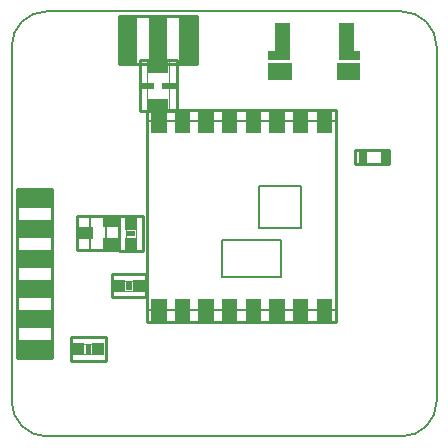
<source format=gbl>
G04 DipTrace 2.3.1.0*
%INBottom Layer.gbr*%
%MOIN*%
%ADD10C,0.0098*%
%ADD11C,0.0055*%
%ADD18C,0.006*%
%ADD19R,0.1181X0.063*%
%ADD20C,0.008*%
%ADD22C,0.002*%
%ADD23C,0.004*%
%ADD25R,0.0394X0.0433*%
%ADD26R,0.0433X0.0394*%
%ADD27R,0.0315X0.0472*%
%ADD31R,0.06X0.16*%
%ADD34C,0.001*%
%ADD35R,0.071X0.041*%
%ADD36R,0.049X0.024*%
%ADD41R,0.0551X0.0394*%
%FSLAX44Y44*%
G04*
G70*
G90*
G75*
G01*
%LNBotAssy*%
%LPD*%
X439Y8475D2*
D10*
X1621D1*
Y2845D1*
X439D1*
Y8475D1*
D19*
X1030Y6160D3*
Y7160D3*
Y8160D3*
Y5160D3*
Y4160D3*
Y3160D3*
X11719Y9362D2*
D10*
Y9738D1*
X12226Y9314D2*
D18*
X12462D1*
X12226Y9786D2*
X12462D1*
X11719D2*
D10*
X12856D1*
Y9314D1*
X11719D1*
Y9786D1*
D27*
X11990Y9550D3*
X12699D3*
X4627Y6405D2*
D22*
Y7565D1*
X3853D1*
Y6405D1*
X4627D1*
X4410Y6845D2*
D23*
Y7125D1*
X4075Y6845D2*
Y7125D1*
G36*
X4055Y6655D2*
X4429D1*
Y6851D1*
X4055D1*
Y6655D1*
G37*
G36*
Y7115D2*
X4429D1*
Y7311D1*
X4055D1*
Y7115D1*
G37*
G36*
X4090Y6895D2*
X4390D1*
Y7075D1*
X4090D1*
Y6895D1*
G37*
X3853Y7565D2*
D10*
X4627D1*
Y6405D1*
X3853D1*
Y7565D1*
D25*
X4240Y6650D3*
Y7319D3*
X2235Y2753D2*
D22*
X3395D1*
Y3527D1*
X2235D1*
Y2753D1*
X2675Y2970D2*
D23*
X2955D1*
X2675Y3305D2*
X2955D1*
G36*
X2485Y3325D2*
X2681D1*
Y2951D1*
X2485D1*
Y3325D1*
G37*
G36*
X2945D2*
X3141D1*
Y2951D1*
X2945D1*
Y3325D1*
G37*
G36*
X2725Y3290D2*
X2905D1*
Y2990D1*
X2725D1*
Y3290D1*
G37*
X2235Y3527D2*
D10*
X3395D1*
Y2753D1*
X2235D1*
Y3527D1*
D26*
X2480Y3140D3*
X3149D3*
X3595Y4873D2*
D22*
X4755D1*
Y5647D1*
X3595D1*
Y4873D1*
X4035Y5090D2*
D23*
X4315D1*
X4035Y5425D2*
X4315D1*
G36*
X3845Y5445D2*
X4041D1*
Y5071D1*
X3845D1*
Y5445D1*
G37*
G36*
X4305D2*
X4501D1*
Y5071D1*
X4305D1*
Y5445D1*
G37*
G36*
X4085Y5410D2*
X4265D1*
Y5110D1*
X4085D1*
Y5410D1*
G37*
X3595Y5647D2*
D10*
X4755D1*
Y4873D1*
X3595D1*
Y5647D1*
D26*
X3840Y5260D3*
X4509D3*
X3850Y14230D2*
D10*
X6450D1*
Y12630D1*
X3850D1*
Y14230D1*
D31*
X6150Y13430D3*
X5150D3*
X4150D3*
X4776Y10730D2*
D20*
Y4431D1*
X11076D2*
Y10730D1*
X7276Y6793D2*
X9245D1*
X7276D2*
Y5533D1*
X9245D1*
X8517Y8564D2*
Y7186D1*
X9894D1*
Y8564D1*
X8517D1*
X9245Y6793D2*
Y5533D1*
X4776Y10730D2*
X11076D1*
Y4431D2*
X4776D1*
Y11124D2*
D10*
X11076D1*
Y4037D1*
X4776D1*
Y11124D1*
G36*
X5426D2*
X4914D1*
Y10336D1*
X5426D1*
Y11124D1*
G37*
G36*
X6213D2*
X5701D1*
Y10336D1*
X6213D1*
Y11124D1*
G37*
G36*
X7001D2*
X6489D1*
Y10336D1*
X7001D1*
Y11124D1*
G37*
G36*
X7788D2*
X7276D1*
Y10336D1*
X7788D1*
Y11124D1*
G37*
G36*
X8576D2*
X8064D1*
Y10336D1*
X8576D1*
Y11124D1*
G37*
G36*
X9363D2*
X8851D1*
Y10336D1*
X9363D1*
Y11124D1*
G37*
G36*
X10150D2*
X9639D1*
Y10336D1*
X10150D1*
Y11124D1*
G37*
G36*
X10938D2*
X10426D1*
Y10336D1*
X10938D1*
Y11124D1*
G37*
G36*
Y4824D2*
X10426D1*
Y4037D1*
X10938D1*
Y4824D1*
G37*
G36*
X10150D2*
X9639D1*
Y4037D1*
X10150D1*
Y4824D1*
G37*
G36*
X9363D2*
X8851D1*
Y4037D1*
X9363D1*
Y4824D1*
G37*
G36*
X8576D2*
X8064D1*
Y4037D1*
X8576D1*
Y4824D1*
G37*
G36*
X7788D2*
X7276D1*
Y4037D1*
X7788D1*
Y4824D1*
G37*
G36*
X7001D2*
X6489D1*
Y4037D1*
X7001D1*
Y4824D1*
G37*
G36*
X6213D2*
X5701D1*
Y4037D1*
X6213D1*
Y4824D1*
G37*
G36*
X5426D2*
X4914D1*
Y4037D1*
X5426D1*
Y4824D1*
G37*
X4790Y12770D2*
D34*
X5510D1*
Y11070D1*
X4790D1*
Y12770D1*
X4535D2*
D10*
X5765D1*
Y11070D1*
X4535D1*
Y12770D1*
D35*
X5150Y12560D3*
Y11280D3*
D36*
X4780Y11920D3*
X5520D3*
X2883Y6460D2*
D18*
X3403D1*
Y7580D1*
X2883D1*
Y6460D1*
G36*
X2863Y7110D2*
X2633D1*
Y6930D1*
X2863D1*
Y7110D1*
G37*
G36*
X3653Y6740D2*
X3423D1*
Y6560D1*
X3653D1*
Y6740D1*
G37*
G36*
Y7480D2*
X3423D1*
Y7300D1*
X3653D1*
Y7480D1*
G37*
X2434Y7591D2*
D10*
X3852D1*
Y6449D1*
X2434D1*
Y7591D1*
D41*
X2710Y7020D3*
X3576Y6646D3*
Y7394D3*
G36*
X8819Y12113D2*
Y12687D1*
X9607D1*
Y12113D1*
X8819D1*
G37*
G36*
X9538Y12786D2*
X8819D1*
Y13061D1*
X9026D1*
Y14026D1*
X9538D1*
Y12786D1*
G37*
G36*
X11683Y13061D2*
X11890D1*
Y12786D1*
X11172D1*
Y14026D1*
X11683D1*
Y13061D1*
G37*
G36*
X11890Y12687D2*
Y12113D1*
X11103D1*
Y12687D1*
X11890D1*
G37*
X1438Y227D2*
D11*
X13249D1*
G03X14431Y1408I0J1181D01*
G01*
Y13219D1*
G03X13249Y14401I-1181J0D01*
G01*
X1438D1*
G03X257Y13219I0J-1181D01*
G01*
Y1408D1*
G03X1438Y227I1181J0D01*
G01*
M02*

</source>
